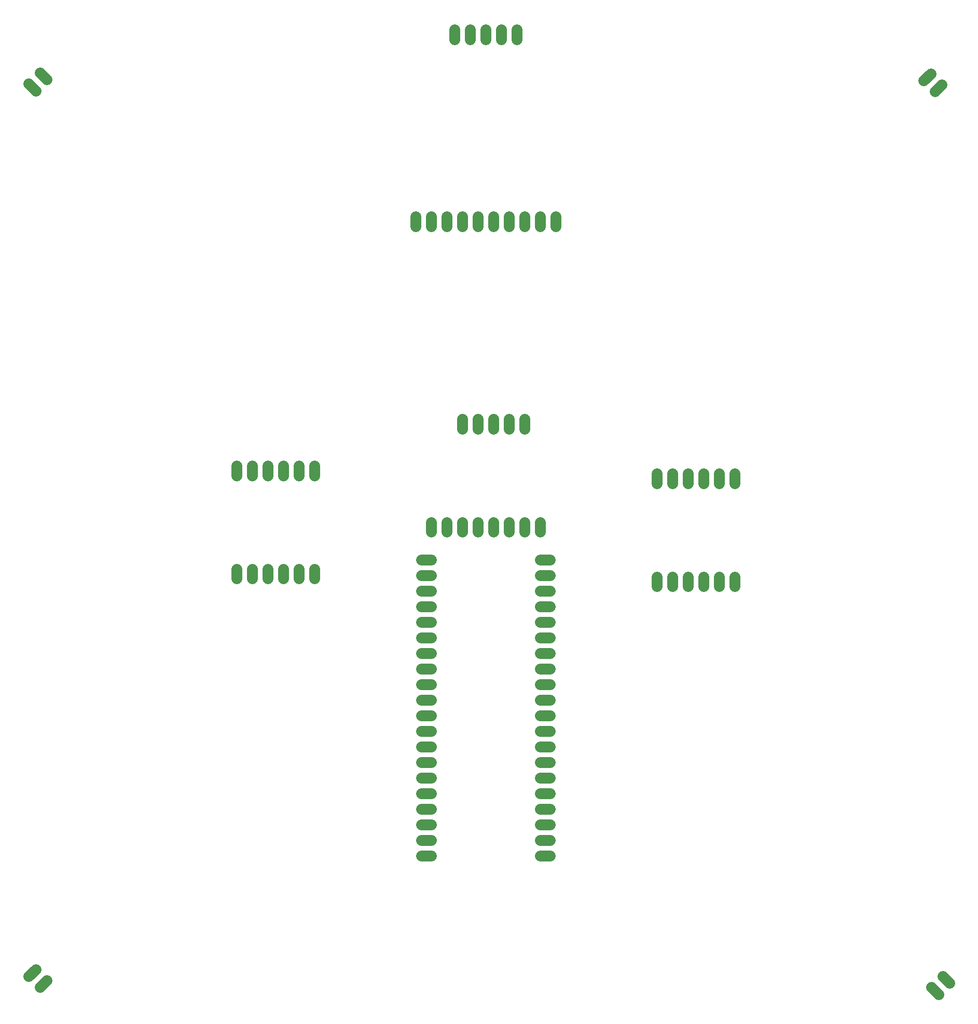
<source format=gbr>
G04 EAGLE Gerber RS-274X export*
G75*
%MOMM*%
%FSLAX34Y34*%
%LPD*%
%INSoldermask Top*%
%IPPOS*%
%AMOC8*
5,1,8,0,0,1.08239X$1,22.5*%
G01*
G04 Define Apertures*
%ADD10C,1.778200*%
D10*
X88900Y-531203D02*
X104650Y-531203D01*
X104650Y-505803D02*
X88900Y-505803D01*
X88900Y-480403D02*
X104650Y-480403D01*
X104650Y-455003D02*
X88900Y-455003D01*
X88900Y-429603D02*
X104650Y-429603D01*
X104650Y-404203D02*
X88900Y-404203D01*
X88900Y-378803D02*
X104650Y-378803D01*
X104650Y-353403D02*
X88900Y-353403D01*
X88900Y-328003D02*
X104650Y-328003D01*
X104650Y-302603D02*
X88900Y-302603D01*
X88900Y-277203D02*
X104650Y-277203D01*
X104650Y-251803D02*
X88900Y-251803D01*
X88900Y-226403D02*
X104650Y-226403D01*
X104650Y-201003D02*
X88900Y-201003D01*
X88900Y-175603D02*
X104650Y-175603D01*
X104650Y-150203D02*
X88900Y-150203D01*
X88900Y-124803D02*
X104650Y-124803D01*
X104650Y-99403D02*
X88900Y-99403D01*
X88900Y-74003D02*
X104650Y-74003D01*
X104650Y-48603D02*
X88900Y-48603D01*
X-88900Y-48603D02*
X-104650Y-48603D01*
X-104650Y-74003D02*
X-88900Y-74003D01*
X-88900Y-99403D02*
X-104650Y-99403D01*
X-104650Y-124803D02*
X-88900Y-124803D01*
X-88900Y-150203D02*
X-104650Y-150203D01*
X-104650Y-175603D02*
X-88900Y-175603D01*
X-88900Y-201003D02*
X-104650Y-201003D01*
X-104650Y-226403D02*
X-88900Y-226403D01*
X-88900Y-251803D02*
X-104650Y-251803D01*
X-104650Y-277203D02*
X-88900Y-277203D01*
X-88900Y-302603D02*
X-104650Y-302603D01*
X-104650Y-328003D02*
X-88900Y-328003D01*
X-88900Y-353403D02*
X-104650Y-353403D01*
X-104650Y-378803D02*
X-88900Y-378803D01*
X-88900Y-404203D02*
X-104650Y-404203D01*
X-104650Y-429603D02*
X-88900Y-429603D01*
X-88900Y-455003D02*
X-104650Y-455003D01*
X-104650Y-480403D02*
X-88900Y-480403D01*
X-88900Y-505803D02*
X-104650Y-505803D01*
X-104650Y-531203D02*
X-88900Y-531203D01*
X-406400Y-79250D02*
X-406400Y-63500D01*
X-381000Y-63500D02*
X-381000Y-79250D01*
X-355600Y-79250D02*
X-355600Y-63500D01*
X-330200Y-63500D02*
X-330200Y-79250D01*
X-304800Y-79250D02*
X-304800Y-63500D01*
X-279400Y-63500D02*
X-279400Y-79250D01*
X-406400Y88900D02*
X-406400Y104650D01*
X-381000Y104650D02*
X-381000Y88900D01*
X-355600Y88900D02*
X-355600Y104650D01*
X-330200Y104650D02*
X-330200Y88900D01*
X-304800Y88900D02*
X-304800Y104650D01*
X-279400Y104650D02*
X-279400Y88900D01*
X279400Y-76200D02*
X279400Y-91950D01*
X304800Y-91950D02*
X304800Y-76200D01*
X330200Y-76200D02*
X330200Y-91950D01*
X355600Y-91950D02*
X355600Y-76200D01*
X381000Y-76200D02*
X381000Y-91950D01*
X406400Y-91950D02*
X406400Y-76200D01*
X279400Y76200D02*
X279400Y91950D01*
X304800Y91950D02*
X304800Y76200D01*
X330200Y76200D02*
X330200Y91950D01*
X355600Y91950D02*
X355600Y76200D01*
X381000Y76200D02*
X381000Y91950D01*
X406400Y91950D02*
X406400Y76200D01*
X114300Y495300D02*
X114300Y511050D01*
X88900Y511050D02*
X88900Y495300D01*
X63500Y495300D02*
X63500Y511050D01*
X38100Y511050D02*
X38100Y495300D01*
X12700Y495300D02*
X12700Y511050D01*
X-12700Y511050D02*
X-12700Y495300D01*
X-38100Y495300D02*
X-38100Y511050D01*
X-63500Y511050D02*
X-63500Y495300D01*
X-88900Y495300D02*
X-88900Y511050D01*
X-114300Y511050D02*
X-114300Y495300D01*
X-88900Y12700D02*
X-88900Y-3050D01*
X-63500Y-3050D02*
X-63500Y12700D01*
X-38100Y12700D02*
X-38100Y-3050D01*
X-12700Y-3050D02*
X-12700Y12700D01*
X12700Y12700D02*
X12700Y-3050D01*
X38100Y-3050D02*
X38100Y12700D01*
X63500Y12700D02*
X63500Y-3050D01*
X88900Y-3050D02*
X88900Y12700D01*
X63500Y165100D02*
X63500Y180850D01*
X38100Y180850D02*
X38100Y165100D01*
X12700Y165100D02*
X12700Y180850D01*
X-12700Y180850D02*
X-12700Y165100D01*
X-38100Y165100D02*
X-38100Y180850D01*
X-50800Y800100D02*
X-50800Y815850D01*
X-25400Y815850D02*
X-25400Y800100D01*
X0Y800100D02*
X0Y815850D01*
X25400Y815850D02*
X25400Y800100D01*
X50800Y800100D02*
X50800Y815850D01*
X-716483Y734443D02*
X-727620Y745580D01*
X-745580Y727620D02*
X-734443Y716483D01*
X-734443Y-716483D02*
X-745580Y-727620D01*
X-727620Y-745580D02*
X-716483Y-734443D01*
X714920Y732880D02*
X726057Y744017D01*
X744017Y726057D02*
X732880Y714920D01*
X745580Y-727620D02*
X756717Y-738757D01*
X738757Y-756717D02*
X727620Y-745580D01*
M02*

</source>
